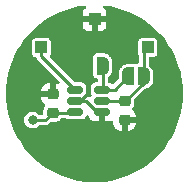
<source format=gtl>
G04 #@! TF.GenerationSoftware,KiCad,Pcbnew,(7.0.0)*
G04 #@! TF.CreationDate,2024-02-11T00:03:20+02:00*
G04 #@! TF.ProjectId,cap-touch-sensor,6361702d-746f-4756-9368-2d73656e736f,rev?*
G04 #@! TF.SameCoordinates,Original*
G04 #@! TF.FileFunction,Copper,L1,Top*
G04 #@! TF.FilePolarity,Positive*
%FSLAX46Y46*%
G04 Gerber Fmt 4.6, Leading zero omitted, Abs format (unit mm)*
G04 Created by KiCad (PCBNEW (7.0.0)) date 2024-02-11 00:03:20*
%MOMM*%
%LPD*%
G01*
G04 APERTURE LIST*
G04 Aperture macros list*
%AMRoundRect*
0 Rectangle with rounded corners*
0 $1 Rounding radius*
0 $2 $3 $4 $5 $6 $7 $8 $9 X,Y pos of 4 corners*
0 Add a 4 corners polygon primitive as box body*
4,1,4,$2,$3,$4,$5,$6,$7,$8,$9,$2,$3,0*
0 Add four circle primitives for the rounded corners*
1,1,$1+$1,$2,$3*
1,1,$1+$1,$4,$5*
1,1,$1+$1,$6,$7*
1,1,$1+$1,$8,$9*
0 Add four rect primitives between the rounded corners*
20,1,$1+$1,$2,$3,$4,$5,0*
20,1,$1+$1,$4,$5,$6,$7,0*
20,1,$1+$1,$6,$7,$8,$9,0*
20,1,$1+$1,$8,$9,$2,$3,0*%
%AMFreePoly0*
4,1,19,0.500000,-0.750000,0.000000,-0.750000,0.000000,-0.744911,-0.071157,-0.744911,-0.207708,-0.704816,-0.327430,-0.627875,-0.420627,-0.520320,-0.479746,-0.390866,-0.500000,-0.250000,-0.500000,0.250000,-0.479746,0.390866,-0.420627,0.520320,-0.327430,0.627875,-0.207708,0.704816,-0.071157,0.744911,0.000000,0.744911,0.000000,0.750000,0.500000,0.750000,0.500000,-0.750000,0.500000,-0.750000,
$1*%
%AMFreePoly1*
4,1,19,0.000000,0.744911,0.071157,0.744911,0.207708,0.704816,0.327430,0.627875,0.420627,0.520320,0.479746,0.390866,0.500000,0.250000,0.500000,-0.250000,0.479746,-0.390866,0.420627,-0.520320,0.327430,-0.627875,0.207708,-0.704816,0.071157,-0.744911,0.000000,-0.744911,0.000000,-0.750000,-0.500000,-0.750000,-0.500000,0.750000,0.000000,0.750000,0.000000,0.744911,0.000000,0.744911,
$1*%
G04 Aperture macros list end*
G04 #@! TA.AperFunction,ComponentPad*
%ADD10R,1.000000X1.000000*%
G04 #@! TD*
G04 #@! TA.AperFunction,SMDPad,CuDef*
%ADD11FreePoly0,0.000000*%
G04 #@! TD*
G04 #@! TA.AperFunction,SMDPad,CuDef*
%ADD12FreePoly1,0.000000*%
G04 #@! TD*
G04 #@! TA.AperFunction,SMDPad,CuDef*
%ADD13RoundRect,0.225000X-0.250000X0.225000X-0.250000X-0.225000X0.250000X-0.225000X0.250000X0.225000X0*%
G04 #@! TD*
G04 #@! TA.AperFunction,SMDPad,CuDef*
%ADD14RoundRect,0.225000X0.250000X-0.225000X0.250000X0.225000X-0.250000X0.225000X-0.250000X-0.225000X0*%
G04 #@! TD*
G04 #@! TA.AperFunction,SMDPad,CuDef*
%ADD15RoundRect,0.150000X-0.512500X-0.150000X0.512500X-0.150000X0.512500X0.150000X-0.512500X0.150000X0*%
G04 #@! TD*
G04 #@! TA.AperFunction,ViaPad*
%ADD16C,0.800000*%
G04 #@! TD*
G04 #@! TA.AperFunction,Conductor*
%ADD17C,0.250000*%
G04 #@! TD*
G04 APERTURE END LIST*
D10*
X7499999Y-1199999D03*
X2999999Y-3599999D03*
X11999999Y-3599999D03*
D11*
X6900000Y-5150000D03*
D12*
X8200000Y-5150000D03*
D13*
X10050000Y-8175000D03*
X10050000Y-9725000D03*
D14*
X3950000Y-9125000D03*
X3950000Y-7575000D03*
D11*
X10350000Y-6050000D03*
D12*
X11650000Y-6050000D03*
D15*
X5847400Y-7166000D03*
X5847400Y-8116000D03*
X5847400Y-9066000D03*
X8122400Y-9066000D03*
X8122400Y-8116000D03*
X8122400Y-7166000D03*
D16*
X13800000Y-7500000D03*
X7500000Y-13700000D03*
X1100000Y-7500000D03*
X2250000Y-9750000D03*
D17*
X7000000Y-7400000D02*
X7000000Y-5250000D01*
X6284000Y-8116000D02*
X7000000Y-7400000D01*
X7000000Y-5250000D02*
X6900000Y-5150000D01*
X5847400Y-8116000D02*
X6284000Y-8116000D01*
X3000000Y-4318600D02*
X3000000Y-3600000D01*
X5847400Y-7166000D02*
X3000000Y-4318600D01*
X11650000Y-3950000D02*
X11650000Y-6050000D01*
X12000000Y-3600000D02*
X11650000Y-3950000D01*
X3325000Y-9750000D02*
X3950000Y-9125000D01*
X2250000Y-9750000D02*
X3325000Y-9750000D01*
X7738149Y-9066000D02*
X8122400Y-9066000D01*
X6788149Y-8116000D02*
X7738149Y-9066000D01*
X5847400Y-8116000D02*
X6788149Y-8116000D01*
X10350000Y-6050000D02*
X9234000Y-7166000D01*
X9234000Y-7166000D02*
X8122400Y-7166000D01*
X11650000Y-6575000D02*
X10050000Y-8175000D01*
X11650000Y-6050000D02*
X11650000Y-6575000D01*
X5788400Y-9125000D02*
X5847400Y-9066000D01*
X3950000Y-9125000D02*
X5788400Y-9125000D01*
X8122400Y-8116000D02*
X9991000Y-8116000D01*
X9991000Y-8116000D02*
X10050000Y-8175000D01*
X8200000Y-7088400D02*
X8122400Y-7166000D01*
X8200000Y-5150000D02*
X8200000Y-7088400D01*
G04 #@! TA.AperFunction,Conductor*
G36*
X8857727Y-124592D02*
G01*
X8866605Y-126233D01*
X9392469Y-243374D01*
X9401195Y-245656D01*
X9917107Y-400870D01*
X9925652Y-403785D01*
X10400392Y-585358D01*
X10428852Y-596243D01*
X10437186Y-599784D01*
X10925000Y-828462D01*
X10933039Y-832596D01*
X11113141Y-933674D01*
X11402838Y-1096260D01*
X11410569Y-1100978D01*
X11859865Y-1398229D01*
X11867232Y-1403499D01*
X12293642Y-1732762D01*
X12300604Y-1738556D01*
X12518483Y-1933777D01*
X12701840Y-2098065D01*
X12708360Y-2104352D01*
X13082276Y-2492183D01*
X13088309Y-2498916D01*
X13432933Y-2913024D01*
X13438458Y-2920180D01*
X13751927Y-3358330D01*
X13756924Y-3365883D01*
X14037580Y-3825754D01*
X14042013Y-3833653D01*
X14288333Y-4312750D01*
X14292178Y-4320951D01*
X14502879Y-4816772D01*
X14506114Y-4825232D01*
X14680063Y-5335116D01*
X14682673Y-5343789D01*
X14696371Y-5396183D01*
X14800914Y-5796069D01*
X14818936Y-5865002D01*
X14820905Y-5873843D01*
X14918757Y-6403604D01*
X14920076Y-6412565D01*
X14978997Y-6948069D01*
X14979658Y-6957102D01*
X14999334Y-7495471D01*
X14999334Y-7504529D01*
X14979658Y-8042897D01*
X14978997Y-8051930D01*
X14920076Y-8587434D01*
X14918757Y-8596395D01*
X14820905Y-9126156D01*
X14818936Y-9134997D01*
X14682673Y-9656210D01*
X14680063Y-9664883D01*
X14506114Y-10174767D01*
X14502879Y-10183227D01*
X14292178Y-10679048D01*
X14288333Y-10687249D01*
X14042013Y-11166346D01*
X14037580Y-11174245D01*
X13756924Y-11634116D01*
X13751927Y-11641669D01*
X13438458Y-12079819D01*
X13432922Y-12086989D01*
X13088320Y-12501071D01*
X13082276Y-12507816D01*
X12708360Y-12895647D01*
X12701840Y-12901934D01*
X12300604Y-13261443D01*
X12293642Y-13267237D01*
X11867232Y-13596500D01*
X11859865Y-13601770D01*
X11410569Y-13899021D01*
X11402838Y-13903739D01*
X10933047Y-14167399D01*
X10924992Y-14171541D01*
X10437188Y-14400214D01*
X10428852Y-14403756D01*
X9925666Y-14596209D01*
X9917093Y-14599133D01*
X9401214Y-14754338D01*
X9392451Y-14756629D01*
X8866619Y-14873763D01*
X8857712Y-14875409D01*
X8324705Y-14953851D01*
X8315703Y-14954841D01*
X7778419Y-14994166D01*
X7769367Y-14994497D01*
X7230633Y-14994497D01*
X7221581Y-14994166D01*
X6684296Y-14954841D01*
X6675294Y-14953851D01*
X6142287Y-14875409D01*
X6133380Y-14873763D01*
X5607548Y-14756629D01*
X5598785Y-14754338D01*
X5082906Y-14599133D01*
X5074333Y-14596209D01*
X4571147Y-14403756D01*
X4562811Y-14400214D01*
X4075007Y-14171541D01*
X4066952Y-14167399D01*
X3597161Y-13903739D01*
X3589430Y-13899021D01*
X3140134Y-13601770D01*
X3132767Y-13596500D01*
X2706357Y-13267237D01*
X2699395Y-13261443D01*
X2298159Y-12901934D01*
X2291639Y-12895647D01*
X1917723Y-12507816D01*
X1911692Y-12501085D01*
X1567063Y-12086971D01*
X1561541Y-12079819D01*
X1248072Y-11641669D01*
X1243075Y-11634116D01*
X962419Y-11174245D01*
X957986Y-11166346D01*
X711666Y-10687249D01*
X707821Y-10679048D01*
X700884Y-10662725D01*
X513980Y-10222903D01*
X497120Y-10183227D01*
X493885Y-10174767D01*
X348974Y-9750000D01*
X1544355Y-9750000D01*
X1545259Y-9757445D01*
X1563955Y-9911423D01*
X1563956Y-9911427D01*
X1564860Y-9918872D01*
X1567518Y-9925882D01*
X1567520Y-9925888D01*
X1622520Y-10070912D01*
X1625182Y-10077930D01*
X1629444Y-10084105D01*
X1629445Y-10084106D01*
X1700070Y-10186424D01*
X1721817Y-10217929D01*
X1849148Y-10330734D01*
X1999775Y-10409790D01*
X2164944Y-10450500D01*
X2327556Y-10450500D01*
X2335056Y-10450500D01*
X2500225Y-10409790D01*
X2650852Y-10330734D01*
X2778183Y-10217929D01*
X2779751Y-10215657D01*
X2819483Y-10186424D01*
X2870372Y-10175500D01*
X3382634Y-10175500D01*
X3392393Y-10175500D01*
X3415354Y-10168038D01*
X3434272Y-10163496D01*
X3458126Y-10159719D01*
X3479639Y-10148756D01*
X3497607Y-10141312D01*
X3520581Y-10133849D01*
X3540109Y-10119659D01*
X3556706Y-10109488D01*
X3578220Y-10098528D01*
X3673528Y-10003220D01*
X3673528Y-10003219D01*
X3764929Y-9911818D01*
X3805159Y-9884939D01*
X3852611Y-9875500D01*
X4237444Y-9875500D01*
X4241144Y-9875500D01*
X4325590Y-9865359D01*
X4459975Y-9812364D01*
X4575078Y-9725078D01*
X4662364Y-9609975D01*
X4662509Y-9610085D01*
X4704405Y-9567468D01*
X4767016Y-9550500D01*
X4988681Y-9550500D01*
X5027440Y-9556713D01*
X5062313Y-9574729D01*
X5122018Y-9618793D01*
X5250201Y-9663646D01*
X5280634Y-9666500D01*
X6411273Y-9666500D01*
X6414166Y-9666500D01*
X6444599Y-9663646D01*
X6572782Y-9618793D01*
X6682050Y-9538150D01*
X6762693Y-9428882D01*
X6765764Y-9420104D01*
X6768753Y-9414450D01*
X6807340Y-9370760D01*
X6861627Y-9349528D01*
X6919616Y-9355446D01*
X6968495Y-9387207D01*
X6997460Y-9437793D01*
X7006442Y-9468708D01*
X7012589Y-9482912D01*
X7088244Y-9610838D01*
X7097735Y-9623074D01*
X7202825Y-9728164D01*
X7215061Y-9737655D01*
X7342987Y-9813310D01*
X7357194Y-9819458D01*
X7501320Y-9861331D01*
X7513726Y-9863597D01*
X7541823Y-9865808D01*
X7546703Y-9866000D01*
X7856074Y-9866000D01*
X7868949Y-9862549D01*
X7872400Y-9849674D01*
X7872400Y-8940000D01*
X7889013Y-8878000D01*
X7934400Y-8832613D01*
X7996400Y-8816000D01*
X8248400Y-8816000D01*
X8310400Y-8832613D01*
X8355787Y-8878000D01*
X8372400Y-8940000D01*
X8372400Y-9849674D01*
X8375850Y-9862549D01*
X8388726Y-9866000D01*
X8698097Y-9866000D01*
X8702976Y-9865808D01*
X8731073Y-9863597D01*
X8743479Y-9861331D01*
X8887605Y-9819458D01*
X8901751Y-9813337D01*
X8961697Y-9803599D01*
X9019077Y-9823496D01*
X9060127Y-9868253D01*
X9075000Y-9927135D01*
X9075000Y-9995164D01*
X9075321Y-10001447D01*
X9084455Y-10090867D01*
X9087274Y-10104036D01*
X9136180Y-10251625D01*
X9142246Y-10264633D01*
X9223632Y-10396580D01*
X9232537Y-10407842D01*
X9342157Y-10517462D01*
X9353419Y-10526367D01*
X9485366Y-10607753D01*
X9498374Y-10613819D01*
X9645969Y-10662727D01*
X9659125Y-10665543D01*
X9748555Y-10674680D01*
X9754832Y-10675000D01*
X9783674Y-10675000D01*
X9796549Y-10671549D01*
X9800000Y-10658674D01*
X9800000Y-10658673D01*
X10300000Y-10658673D01*
X10303450Y-10671548D01*
X10316326Y-10674999D01*
X10345165Y-10674999D01*
X10351447Y-10674678D01*
X10440867Y-10665544D01*
X10454036Y-10662725D01*
X10601625Y-10613819D01*
X10614633Y-10607753D01*
X10746580Y-10526367D01*
X10757842Y-10517462D01*
X10867462Y-10407842D01*
X10876367Y-10396580D01*
X10957753Y-10264633D01*
X10963819Y-10251625D01*
X11012727Y-10104030D01*
X11015543Y-10090874D01*
X11024680Y-10001444D01*
X11025000Y-9995168D01*
X11025000Y-9991326D01*
X11021549Y-9978450D01*
X11008674Y-9975000D01*
X10316326Y-9975000D01*
X10303450Y-9978450D01*
X10300000Y-9991326D01*
X10300000Y-10658673D01*
X9800000Y-10658673D01*
X9800000Y-9599000D01*
X9816613Y-9537000D01*
X9862000Y-9491613D01*
X9924000Y-9475000D01*
X11008673Y-9475000D01*
X11021548Y-9471549D01*
X11024999Y-9458674D01*
X11024999Y-9454835D01*
X11024678Y-9448552D01*
X11015544Y-9359132D01*
X11012725Y-9345963D01*
X10963819Y-9198374D01*
X10957753Y-9185366D01*
X10876367Y-9053419D01*
X10867462Y-9042157D01*
X10757842Y-8932537D01*
X10746583Y-8923634D01*
X10737315Y-8917918D01*
X10691438Y-8867703D01*
X10678951Y-8800843D01*
X10703610Y-8737454D01*
X10757235Y-8666739D01*
X10757235Y-8666737D01*
X10762364Y-8659975D01*
X10815359Y-8525590D01*
X10825500Y-8441144D01*
X10825500Y-8052610D01*
X10834939Y-8005157D01*
X10861819Y-7964929D01*
X11267823Y-7558925D01*
X11691720Y-7135027D01*
X11723894Y-7111827D01*
X11761749Y-7099973D01*
X11808016Y-7093322D01*
X11945971Y-7052815D01*
X12025120Y-7016669D01*
X12146074Y-6938937D01*
X12211836Y-6881954D01*
X12305990Y-6773293D01*
X12353031Y-6700095D01*
X12412759Y-6569310D01*
X12437273Y-6485822D01*
X12457735Y-6343507D01*
X12457735Y-6256493D01*
X12456967Y-6251150D01*
X12455705Y-6233504D01*
X12455705Y-5866496D01*
X12456967Y-5848850D01*
X12457105Y-5847889D01*
X12457105Y-5847888D01*
X12457735Y-5843507D01*
X12457735Y-5756493D01*
X12437273Y-5614178D01*
X12412759Y-5530690D01*
X12353031Y-5399905D01*
X12305990Y-5326707D01*
X12303083Y-5323352D01*
X12214742Y-5221399D01*
X12214737Y-5221394D01*
X12211836Y-5218046D01*
X12146074Y-5161063D01*
X12142352Y-5158671D01*
X12132458Y-5152312D01*
X12090667Y-5107424D01*
X12075500Y-5047998D01*
X12075500Y-4524499D01*
X12092113Y-4462499D01*
X12137500Y-4417112D01*
X12199500Y-4400499D01*
X12541286Y-4400499D01*
X12544864Y-4400499D01*
X12569991Y-4397585D01*
X12672765Y-4352206D01*
X12752206Y-4272765D01*
X12797585Y-4169991D01*
X12800500Y-4144865D01*
X12800499Y-3055136D01*
X12797585Y-3030009D01*
X12752206Y-2927235D01*
X12672765Y-2847794D01*
X12657833Y-2841201D01*
X12578522Y-2806181D01*
X12578517Y-2806179D01*
X12569991Y-2802415D01*
X12560726Y-2801340D01*
X12548414Y-2799911D01*
X12548401Y-2799910D01*
X12544865Y-2799500D01*
X12541290Y-2799500D01*
X11458714Y-2799500D01*
X11458696Y-2799500D01*
X11455136Y-2799501D01*
X11451589Y-2799912D01*
X11451577Y-2799913D01*
X11439277Y-2801340D01*
X11439275Y-2801340D01*
X11430009Y-2802415D01*
X11421479Y-2806180D01*
X11421476Y-2806182D01*
X11337745Y-2843153D01*
X11337743Y-2843154D01*
X11327235Y-2847794D01*
X11319112Y-2855916D01*
X11319109Y-2855919D01*
X11255919Y-2919109D01*
X11255916Y-2919112D01*
X11247794Y-2927235D01*
X11243154Y-2937743D01*
X11243153Y-2937745D01*
X11206181Y-3021477D01*
X11206179Y-3021484D01*
X11202415Y-3030009D01*
X11201340Y-3039271D01*
X11201340Y-3039273D01*
X11199911Y-3051585D01*
X11199910Y-3051599D01*
X11199500Y-3055135D01*
X11199500Y-3058708D01*
X11199500Y-3058709D01*
X11199500Y-4141285D01*
X11199500Y-4141302D01*
X11199501Y-4144864D01*
X11199912Y-4148411D01*
X11199913Y-4148422D01*
X11200407Y-4152679D01*
X11202415Y-4169991D01*
X11206182Y-4178522D01*
X11206183Y-4178526D01*
X11213934Y-4196080D01*
X11224500Y-4246167D01*
X11224500Y-4876590D01*
X11210985Y-4932885D01*
X11173385Y-4976909D01*
X11119901Y-4999061D01*
X11071120Y-5006788D01*
X11065166Y-5007731D01*
X11065165Y-5007731D01*
X11055532Y-5009257D01*
X11046841Y-5013685D01*
X11038313Y-5016456D01*
X11000000Y-5022523D01*
X10961687Y-5016456D01*
X10953161Y-5013686D01*
X10944468Y-5009257D01*
X10924201Y-5006047D01*
X10854820Y-4995058D01*
X10854814Y-4995057D01*
X10850000Y-4994295D01*
X10278111Y-4994295D01*
X10273742Y-4994923D01*
X10273730Y-4994924D01*
X10196369Y-5006047D01*
X10196361Y-5006048D01*
X10191984Y-5006678D01*
X10187741Y-5007923D01*
X10187731Y-5007926D01*
X10058282Y-5045936D01*
X10058279Y-5045937D01*
X10054029Y-5047185D01*
X10050006Y-5049021D01*
X10049993Y-5049027D01*
X9978914Y-5081488D01*
X9978905Y-5081492D01*
X9974880Y-5083331D01*
X9971165Y-5085718D01*
X9971153Y-5085725D01*
X9857645Y-5158672D01*
X9857635Y-5158678D01*
X9853926Y-5161063D01*
X9850591Y-5163952D01*
X9850584Y-5163958D01*
X9791514Y-5215142D01*
X9791504Y-5215151D01*
X9788164Y-5218046D01*
X9785269Y-5221386D01*
X9785257Y-5221399D01*
X9696916Y-5323352D01*
X9696909Y-5323361D01*
X9694010Y-5326707D01*
X9691618Y-5330428D01*
X9691612Y-5330437D01*
X9649360Y-5396183D01*
X9649354Y-5396192D01*
X9646969Y-5399905D01*
X9645135Y-5403920D01*
X9645130Y-5403930D01*
X9589080Y-5526663D01*
X9587241Y-5530690D01*
X9562727Y-5614178D01*
X9562097Y-5618554D01*
X9562095Y-5618567D01*
X9542894Y-5752112D01*
X9542893Y-5752124D01*
X9542265Y-5756493D01*
X9542265Y-5843507D01*
X9542892Y-5847874D01*
X9542894Y-5847889D01*
X9543033Y-5848850D01*
X9544295Y-5866496D01*
X9544295Y-6202594D01*
X9534856Y-6250047D01*
X9507976Y-6290275D01*
X9117286Y-6680965D01*
X9067629Y-6711310D01*
X9009597Y-6715659D01*
X8955973Y-6693055D01*
X8847782Y-6613207D01*
X8839016Y-6610139D01*
X8839013Y-6610138D01*
X8726716Y-6570844D01*
X8726713Y-6570843D01*
X8719599Y-6568354D01*
X8719432Y-6568338D01*
X8672795Y-6546326D01*
X8637949Y-6503048D01*
X8625500Y-6448898D01*
X8625500Y-6152002D01*
X8640667Y-6092576D01*
X8682458Y-6047688D01*
X8686057Y-6045373D01*
X8696074Y-6038937D01*
X8761836Y-5981954D01*
X8855990Y-5873293D01*
X8903031Y-5800095D01*
X8962759Y-5669310D01*
X8987273Y-5585822D01*
X9007735Y-5443507D01*
X9007735Y-5356493D01*
X9006967Y-5351150D01*
X9005705Y-5333504D01*
X9005705Y-4966496D01*
X9006967Y-4948850D01*
X9007105Y-4947889D01*
X9007105Y-4947888D01*
X9007735Y-4943507D01*
X9007735Y-4856493D01*
X8987273Y-4714178D01*
X8962759Y-4630690D01*
X8903031Y-4499905D01*
X8855990Y-4426707D01*
X8847676Y-4417112D01*
X8764742Y-4321399D01*
X8764737Y-4321394D01*
X8761836Y-4318046D01*
X8757440Y-4314237D01*
X8699415Y-4263958D01*
X8696074Y-4261063D01*
X8692354Y-4258672D01*
X8578846Y-4185725D01*
X8578840Y-4185721D01*
X8575120Y-4183331D01*
X8571088Y-4181489D01*
X8571085Y-4181488D01*
X8500006Y-4149027D01*
X8499997Y-4149023D01*
X8495971Y-4147185D01*
X8473699Y-4140645D01*
X8362268Y-4107926D01*
X8362261Y-4107924D01*
X8358016Y-4106678D01*
X8353635Y-4106048D01*
X8353630Y-4106047D01*
X8276269Y-4094924D01*
X8276258Y-4094923D01*
X8271889Y-4094295D01*
X7700000Y-4094295D01*
X7695186Y-4095057D01*
X7695179Y-4095058D01*
X7615173Y-4107729D01*
X7615166Y-4107731D01*
X7605532Y-4109257D01*
X7596836Y-4113687D01*
X7596835Y-4113688D01*
X7529005Y-4148248D01*
X7528999Y-4148252D01*
X7520311Y-4152679D01*
X7513412Y-4159577D01*
X7513409Y-4159580D01*
X7459580Y-4213409D01*
X7459577Y-4213412D01*
X7452679Y-4220311D01*
X7448252Y-4228999D01*
X7448248Y-4229005D01*
X7413688Y-4296835D01*
X7409257Y-4305532D01*
X7407731Y-4315166D01*
X7407729Y-4315173D01*
X7395058Y-4395179D01*
X7395057Y-4395186D01*
X7394295Y-4400000D01*
X7394295Y-4404878D01*
X7394295Y-4833504D01*
X7393033Y-4851150D01*
X7392894Y-4852110D01*
X7392892Y-4852126D01*
X7392265Y-4856493D01*
X7392265Y-4943507D01*
X7392892Y-4947874D01*
X7392894Y-4947889D01*
X7393033Y-4948850D01*
X7394295Y-4966496D01*
X7394295Y-5333504D01*
X7393033Y-5351150D01*
X7392894Y-5352110D01*
X7392892Y-5352126D01*
X7392265Y-5356493D01*
X7392265Y-5443507D01*
X7392892Y-5447874D01*
X7392894Y-5447889D01*
X7393033Y-5448850D01*
X7394295Y-5466496D01*
X7394295Y-5900000D01*
X7395057Y-5904814D01*
X7395058Y-5904820D01*
X7407729Y-5984826D01*
X7407730Y-5984831D01*
X7409257Y-5994468D01*
X7413688Y-6003164D01*
X7448248Y-6070994D01*
X7448250Y-6070997D01*
X7452679Y-6079689D01*
X7520311Y-6147321D01*
X7605532Y-6190743D01*
X7669901Y-6200938D01*
X7723385Y-6223091D01*
X7760985Y-6267115D01*
X7774500Y-6323410D01*
X7774500Y-6441500D01*
X7757887Y-6503500D01*
X7712500Y-6548887D01*
X7650500Y-6565500D01*
X7555634Y-6565500D01*
X7552759Y-6565769D01*
X7552750Y-6565770D01*
X7532712Y-6567649D01*
X7532707Y-6567650D01*
X7525201Y-6568354D01*
X7518089Y-6570842D01*
X7518082Y-6570844D01*
X7405786Y-6610138D01*
X7405780Y-6610140D01*
X7397018Y-6613207D01*
X7389546Y-6618720D01*
X7389541Y-6618724D01*
X7295227Y-6688331D01*
X7295224Y-6688333D01*
X7287750Y-6693850D01*
X7282233Y-6701324D01*
X7282231Y-6701327D01*
X7212624Y-6795641D01*
X7212620Y-6795646D01*
X7207107Y-6803118D01*
X7204040Y-6811880D01*
X7204038Y-6811886D01*
X7164744Y-6924182D01*
X7164742Y-6924189D01*
X7162254Y-6931301D01*
X7161550Y-6938807D01*
X7161549Y-6938812D01*
X7160300Y-6952133D01*
X7159400Y-6961734D01*
X7159400Y-7370266D01*
X7159669Y-7373141D01*
X7159670Y-7373149D01*
X7161549Y-7393187D01*
X7161549Y-7393191D01*
X7162254Y-7400699D01*
X7164742Y-7407811D01*
X7164744Y-7407817D01*
X7204038Y-7520113D01*
X7204039Y-7520116D01*
X7207107Y-7528882D01*
X7212622Y-7536355D01*
X7212624Y-7536358D01*
X7235510Y-7567367D01*
X7256966Y-7614917D01*
X7256966Y-7667083D01*
X7235510Y-7714633D01*
X7212626Y-7745639D01*
X7212624Y-7745642D01*
X7207107Y-7753118D01*
X7204038Y-7761886D01*
X7201044Y-7767553D01*
X7162455Y-7811242D01*
X7108169Y-7832472D01*
X7050179Y-7826552D01*
X7001303Y-7794790D01*
X6972339Y-7744204D01*
X6963358Y-7713294D01*
X6957210Y-7699087D01*
X6881555Y-7571161D01*
X6872064Y-7558925D01*
X6837904Y-7524765D01*
X6806593Y-7471967D01*
X6804442Y-7410621D01*
X6805052Y-7407823D01*
X6807546Y-7400699D01*
X6810400Y-7370266D01*
X6810400Y-6961734D01*
X6807546Y-6931301D01*
X6762693Y-6803118D01*
X6740931Y-6773632D01*
X6687568Y-6701327D01*
X6682050Y-6693850D01*
X6674572Y-6688331D01*
X6580258Y-6618724D01*
X6580255Y-6618722D01*
X6572782Y-6613207D01*
X6564016Y-6610139D01*
X6564013Y-6610138D01*
X6451717Y-6570844D01*
X6451711Y-6570842D01*
X6444599Y-6568354D01*
X6437091Y-6567649D01*
X6437087Y-6567649D01*
X6417049Y-6565770D01*
X6417041Y-6565769D01*
X6414166Y-6565500D01*
X6411273Y-6565500D01*
X5900010Y-6565500D01*
X5852557Y-6556061D01*
X5812329Y-6529181D01*
X3741740Y-4458592D01*
X3709646Y-4403003D01*
X3709647Y-4338814D01*
X3737611Y-4290383D01*
X3737588Y-4290368D01*
X3737792Y-4290069D01*
X3741742Y-4283228D01*
X3752206Y-4272765D01*
X3797585Y-4169991D01*
X3800500Y-4144865D01*
X3800499Y-3055136D01*
X3797585Y-3030009D01*
X3752206Y-2927235D01*
X3672765Y-2847794D01*
X3657833Y-2841201D01*
X3578522Y-2806181D01*
X3578517Y-2806179D01*
X3569991Y-2802415D01*
X3560726Y-2801340D01*
X3548414Y-2799911D01*
X3548401Y-2799910D01*
X3544865Y-2799500D01*
X3541290Y-2799500D01*
X2458714Y-2799500D01*
X2458696Y-2799500D01*
X2455136Y-2799501D01*
X2451589Y-2799912D01*
X2451577Y-2799913D01*
X2439277Y-2801340D01*
X2439275Y-2801340D01*
X2430009Y-2802415D01*
X2421479Y-2806180D01*
X2421476Y-2806182D01*
X2337745Y-2843153D01*
X2337743Y-2843154D01*
X2327235Y-2847794D01*
X2319112Y-2855916D01*
X2319109Y-2855919D01*
X2255919Y-2919109D01*
X2255916Y-2919112D01*
X2247794Y-2927235D01*
X2243154Y-2937743D01*
X2243153Y-2937745D01*
X2206181Y-3021477D01*
X2206179Y-3021484D01*
X2202415Y-3030009D01*
X2201340Y-3039271D01*
X2201340Y-3039273D01*
X2199911Y-3051585D01*
X2199910Y-3051599D01*
X2199500Y-3055135D01*
X2199500Y-3058708D01*
X2199500Y-3058709D01*
X2199500Y-4141285D01*
X2199500Y-4141302D01*
X2199501Y-4144864D01*
X2199912Y-4148411D01*
X2199913Y-4148422D01*
X2200407Y-4152679D01*
X2202415Y-4169991D01*
X2206181Y-4178521D01*
X2206182Y-4178523D01*
X2207491Y-4181488D01*
X2247794Y-4272765D01*
X2327235Y-4352206D01*
X2398111Y-4383501D01*
X2421477Y-4393818D01*
X2421478Y-4393818D01*
X2430009Y-4397585D01*
X2455135Y-4400500D01*
X2488190Y-4400499D01*
X2552976Y-4418768D01*
X2598672Y-4468195D01*
X2601238Y-4473230D01*
X2608688Y-4491214D01*
X2616151Y-4514181D01*
X2621889Y-4522078D01*
X2630342Y-4533713D01*
X2640507Y-4550300D01*
X2651472Y-4571820D01*
X2658372Y-4578720D01*
X4526813Y-6447161D01*
X4559272Y-6504144D01*
X4558128Y-6569714D01*
X4523700Y-6625530D01*
X4465619Y-6655980D01*
X4400129Y-6652548D01*
X4354030Y-6637272D01*
X4340874Y-6634456D01*
X4251444Y-6625319D01*
X4245168Y-6625000D01*
X4216326Y-6625000D01*
X4203450Y-6628450D01*
X4200000Y-6641326D01*
X4200000Y-7701000D01*
X4183387Y-7763000D01*
X4138000Y-7808387D01*
X4076000Y-7825000D01*
X2991327Y-7825000D01*
X2978451Y-7828450D01*
X2975001Y-7841326D01*
X2975001Y-7845165D01*
X2975321Y-7851447D01*
X2984455Y-7940867D01*
X2987274Y-7954036D01*
X3036180Y-8101625D01*
X3042246Y-8114633D01*
X3123632Y-8246580D01*
X3132537Y-8257842D01*
X3242157Y-8367462D01*
X3253413Y-8376362D01*
X3262683Y-8382080D01*
X3308560Y-8432294D01*
X3321048Y-8499154D01*
X3296390Y-8562544D01*
X3242764Y-8633260D01*
X3242757Y-8633270D01*
X3237636Y-8640025D01*
X3234523Y-8647916D01*
X3234522Y-8647920D01*
X3187558Y-8767011D01*
X3187556Y-8767016D01*
X3184641Y-8774410D01*
X3183693Y-8782298D01*
X3183692Y-8782305D01*
X3174941Y-8855178D01*
X3174940Y-8855189D01*
X3174500Y-8858856D01*
X3174500Y-8862556D01*
X3174500Y-9200500D01*
X3157887Y-9262500D01*
X3112500Y-9307887D01*
X3050500Y-9324500D01*
X2870372Y-9324500D01*
X2819483Y-9313576D01*
X2779751Y-9284342D01*
X2778183Y-9282071D01*
X2650852Y-9169266D01*
X2579704Y-9131924D01*
X2506866Y-9093695D01*
X2506862Y-9093693D01*
X2500225Y-9090210D01*
X2492947Y-9088416D01*
X2492944Y-9088415D01*
X2342337Y-9051294D01*
X2342332Y-9051293D01*
X2335056Y-9049500D01*
X2164944Y-9049500D01*
X2157668Y-9051293D01*
X2157662Y-9051294D01*
X2007055Y-9088415D01*
X2007050Y-9088416D01*
X1999775Y-9090210D01*
X1993140Y-9093692D01*
X1993133Y-9093695D01*
X1855791Y-9165779D01*
X1855788Y-9165780D01*
X1849148Y-9169266D01*
X1843537Y-9174236D01*
X1843531Y-9174241D01*
X1727430Y-9277098D01*
X1721817Y-9282071D01*
X1717562Y-9288235D01*
X1717557Y-9288241D01*
X1629445Y-9415893D01*
X1629442Y-9415897D01*
X1625182Y-9422070D01*
X1622523Y-9429081D01*
X1622520Y-9429087D01*
X1567520Y-9574111D01*
X1567517Y-9574119D01*
X1564860Y-9581128D01*
X1563956Y-9588570D01*
X1563955Y-9588576D01*
X1554494Y-9666500D01*
X1544355Y-9750000D01*
X348974Y-9750000D01*
X319936Y-9664883D01*
X317330Y-9656224D01*
X181058Y-9134975D01*
X179098Y-9126177D01*
X81239Y-8596378D01*
X79925Y-8587451D01*
X21001Y-8051920D01*
X20341Y-8042897D01*
X18819Y-8001248D01*
X665Y-7504515D01*
X665Y-7495485D01*
X7492Y-7308674D01*
X2975000Y-7308674D01*
X2978450Y-7321549D01*
X2991326Y-7325000D01*
X3683674Y-7325000D01*
X3696549Y-7321549D01*
X3700000Y-7308674D01*
X3700000Y-6641327D01*
X3696549Y-6628451D01*
X3683674Y-6625001D01*
X3654835Y-6625001D01*
X3648552Y-6625321D01*
X3559132Y-6634455D01*
X3545963Y-6637274D01*
X3398374Y-6686180D01*
X3385366Y-6692246D01*
X3253419Y-6773632D01*
X3242157Y-6782537D01*
X3132537Y-6892157D01*
X3123632Y-6903419D01*
X3042246Y-7035366D01*
X3036180Y-7048374D01*
X2987272Y-7195969D01*
X2984456Y-7209125D01*
X2975319Y-7298555D01*
X2975000Y-7304832D01*
X2975000Y-7308674D01*
X7492Y-7308674D01*
X20341Y-6957089D01*
X21002Y-6948069D01*
X22021Y-6938812D01*
X79925Y-6412544D01*
X81238Y-6403625D01*
X179099Y-5873816D01*
X181056Y-5865029D01*
X317332Y-5343768D01*
X319936Y-5335116D01*
X493885Y-4825232D01*
X497120Y-4816772D01*
X574391Y-4634939D01*
X707826Y-4320939D01*
X711660Y-4312762D01*
X957996Y-3833634D01*
X962419Y-3825754D01*
X1243075Y-3365883D01*
X1248072Y-3358330D01*
X1476335Y-3039277D01*
X1561545Y-2920174D01*
X1567052Y-2913041D01*
X1911703Y-2498900D01*
X1917709Y-2492198D01*
X2291656Y-2104334D01*
X2298140Y-2098082D01*
X2692741Y-1744518D01*
X6500000Y-1744518D01*
X6500353Y-1751114D01*
X6505573Y-1799667D01*
X6509111Y-1814641D01*
X6553547Y-1933777D01*
X6561962Y-1949189D01*
X6637498Y-2050092D01*
X6649907Y-2062501D01*
X6750810Y-2138037D01*
X6766222Y-2146452D01*
X6885358Y-2190888D01*
X6900332Y-2194426D01*
X6948885Y-2199646D01*
X6955482Y-2200000D01*
X7233674Y-2200000D01*
X7246549Y-2196549D01*
X7250000Y-2183674D01*
X7750000Y-2183674D01*
X7753450Y-2196549D01*
X7766326Y-2200000D01*
X8044518Y-2200000D01*
X8051114Y-2199646D01*
X8099667Y-2194426D01*
X8114641Y-2190888D01*
X8233777Y-2146452D01*
X8249189Y-2138037D01*
X8350092Y-2062501D01*
X8362501Y-2050092D01*
X8438037Y-1949189D01*
X8446452Y-1933777D01*
X8490888Y-1814641D01*
X8494426Y-1799667D01*
X8499646Y-1751114D01*
X8500000Y-1744518D01*
X8500000Y-1466326D01*
X8496549Y-1453450D01*
X8483674Y-1450000D01*
X7766326Y-1450000D01*
X7753450Y-1453450D01*
X7750000Y-1466326D01*
X7750000Y-2183674D01*
X7250000Y-2183674D01*
X7250000Y-1466326D01*
X7246549Y-1453450D01*
X7233674Y-1450000D01*
X6516326Y-1450000D01*
X6503450Y-1453450D01*
X6500000Y-1466326D01*
X6500000Y-1744518D01*
X2692741Y-1744518D01*
X2699407Y-1738545D01*
X2706344Y-1732772D01*
X3132783Y-1403487D01*
X3140117Y-1398240D01*
X3589439Y-1100972D01*
X3597151Y-1096265D01*
X4066971Y-832590D01*
X4074987Y-828467D01*
X4562823Y-599779D01*
X4571135Y-596247D01*
X5074355Y-403782D01*
X5082884Y-400873D01*
X5598810Y-245654D01*
X5607523Y-243376D01*
X6133398Y-126232D01*
X6142267Y-124593D01*
X6644129Y-50735D01*
X6708508Y-58393D01*
X6760224Y-97498D01*
X6785136Y-157357D01*
X6776432Y-221606D01*
X6736492Y-272680D01*
X6649908Y-337497D01*
X6637498Y-349907D01*
X6561962Y-450810D01*
X6553547Y-466222D01*
X6509111Y-585358D01*
X6505573Y-600332D01*
X6500353Y-648885D01*
X6500000Y-655482D01*
X6500000Y-933674D01*
X6503450Y-946549D01*
X6516326Y-950000D01*
X8483674Y-950000D01*
X8496549Y-946549D01*
X8500000Y-933674D01*
X8500000Y-655482D01*
X8499646Y-648885D01*
X8494426Y-600332D01*
X8490888Y-585358D01*
X8446452Y-466222D01*
X8438037Y-450810D01*
X8362501Y-349907D01*
X8350088Y-337494D01*
X8263508Y-272680D01*
X8223567Y-221607D01*
X8214863Y-157357D01*
X8239774Y-97498D01*
X8291491Y-58394D01*
X8355870Y-50735D01*
X8857727Y-124592D01*
G37*
G04 #@! TD.AperFunction*
M02*

</source>
